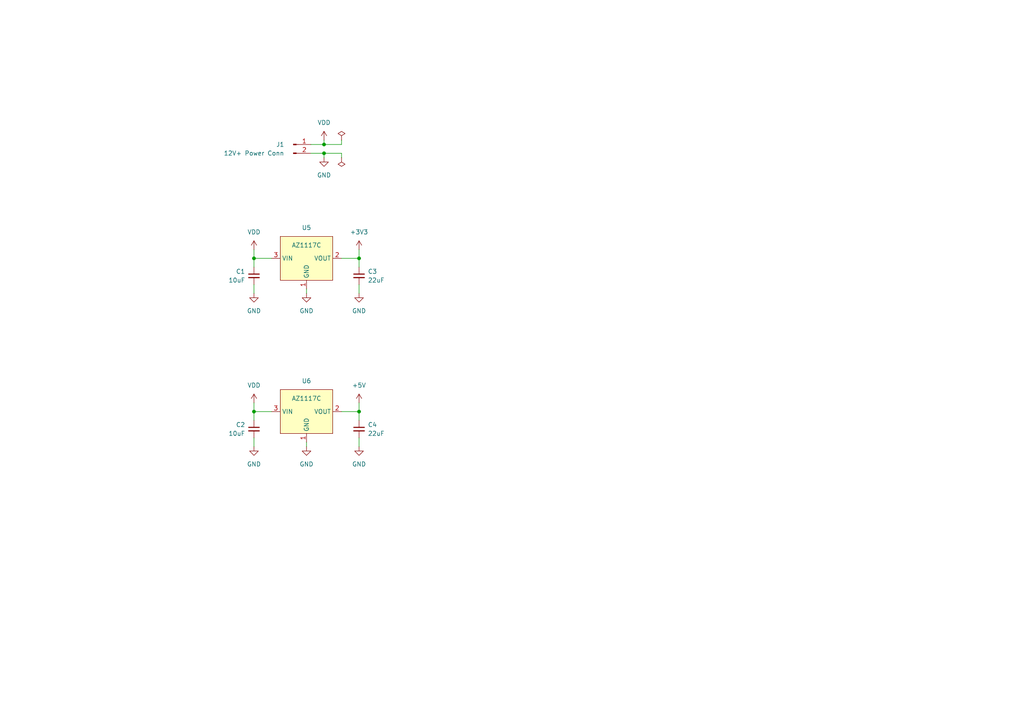
<source format=kicad_sch>
(kicad_sch (version 20230121) (generator eeschema)
  (paper "A4")
  (title_block (title "Coilwinder") (rev "1.0") (company "SK Electronics Consulting"))
  (lib_symbols
    (symbol "CoilWinderLib:AZ1117C"
      (property "Reference" "U" (at 0 10.16 0))
      (property "Value" "AZ1117C" (at 0 3.81 0))
      (symbol "AZ1117C_0_1"
        (rectangle (start -7.62 6.35) (end 7.62 -6.35) (fill (type background)))
      )
      (symbol "AZ1117C_1_1"
        (pin power_in line (at 0 -8.89 90) (length 2.54) (name "GND") (number "1"))
        (pin power_out line (at 10.16 0 180) (length 2.54) (name "VOUT") (number "2"))
        (pin passive line (at 10.16 0 180) (length 2.54) hide (name "VOUT2") (number "2"))
        (pin power_in line (at -10.16 0 0) (length 2.54) (name "VIN") (number "3"))
      )
    )
    (symbol "Connector:Conn_01x02_Pin" (pin_names (offset 1.016) hide)
      (property "Reference" "J" (at 0 2.54 0))
      (property "Value" "Conn_01x02_Pin" (at 0 -5.08 0))
      (symbol "Conn_01x02_Pin_1_1"
        (polyline (pts (xy 1.27 -2.54) (xy 0.8636 -2.54)) (stroke (width 0.1524)))
        (polyline (pts (xy 1.27 0) (xy 0.8636 0)) (stroke (width 0.1524)))
        (rectangle (start 0.8636 -2.413) (end 0 -2.667) (stroke (width 0.1524)) (fill (type outline)))
        (rectangle (start 0.8636 0.127) (end 0 -0.127) (stroke (width 0.1524)) (fill (type outline)))
        (pin passive line (at 5.08 0 180) (length 3.81) (name "Pin_1") (number "1"))
        (pin passive line (at 5.08 -2.54 180) (length 3.81) (name "Pin_2") (number "2"))
      )
    )
    (symbol "Device:C_Small" (pin_numbers hide) (pin_names (offset 0.254) hide)
      (property "Reference" "C" (at 0.254 1.778 0))
      (property "Value" "C_Small" (at 0.254 -2.032 0))
      (symbol "C_Small_0_1"
        (polyline (pts (xy -1.524 -0.508) (xy 1.524 -0.508)) (stroke (width 0.3302)))
        (polyline (pts (xy -1.524 0.508) (xy 1.524 0.508)) (stroke (width 0.3048)))
      )
      (symbol "C_Small_1_1"
        (pin passive line (at 0 2.54 270) (length 2.032) (name "~") (number "1"))
        (pin passive line (at 0 -2.54 90) (length 2.032) (name "~") (number "2"))
      )
    )
    (symbol "power:+3V3" (power) (pin_names (offset 0))
      (property "Value" "+3V3" (at 0 3.556 0))
      (symbol "+3V3_0_1"
        (polyline (pts (xy -0.762 1.27) (xy 0 2.54)))
        (polyline (pts (xy 0 0) (xy 0 2.54)))
        (polyline (pts (xy 0 2.54) (xy 0.762 1.27)))
      )
      (symbol "+3V3_1_1"
        (pin power_in line (at 0 0 90) (length 0) hide (name "+3V3") (number "1"))
      )
    )
    (symbol "power:+5V" (power) (pin_names (offset 0))
      (property "Value" "+5V" (at 0 3.556 0))
      (symbol "+5V_0_1"
        (polyline (pts (xy -0.762 1.27) (xy 0 2.54)))
        (polyline (pts (xy 0 0) (xy 0 2.54)))
        (polyline (pts (xy 0 2.54) (xy 0.762 1.27)))
      )
      (symbol "+5V_1_1"
        (pin power_in line (at 0 0 90) (length 0) hide (name "+5V") (number "1"))
      )
    )
    (symbol "power:GND" (power) (pin_names (offset 0))
      (property "Value" "GND" (at 0 -3.81 0))
      (symbol "GND_0_1"
        (polyline (pts (xy 0 0) (xy 0 -1.27) (xy 1.27 -1.27) (xy 0 -2.54) (xy -1.27 -1.27) (xy 0 -1.27)))
      )
      (symbol "GND_1_1"
        (pin power_in line (at 0 0 270) (length 0) hide (name "GND") (number "1"))
      )
    )
    (symbol "power:PWR_FLAG" (power) (pin_numbers hide) (pin_names (offset 0) hide)
      (property "Value" "PWR_FLAG" (at 0 3.81 0))
      (symbol "PWR_FLAG_0_0"
        (pin power_out line (at 0 0 90) (length 0) (name "pwr") (number "1"))
      )
      (symbol "PWR_FLAG_0_1"
        (polyline (pts (xy 0 0) (xy 0 1.27) (xy -1.016 1.905) (xy 0 2.54) (xy 1.016 1.905) (xy 0 1.27)))
      )
    )
    (symbol "power:VDD" (power) (pin_names (offset 0))
      (property "Value" "VDD" (at 0 3.81 0))
      (symbol "VDD_0_1"
        (polyline (pts (xy -0.762 1.27) (xy 0 2.54)))
        (polyline (pts (xy 0 0) (xy 0 2.54)))
        (polyline (pts (xy 0 2.54) (xy 0.762 1.27)))
      )
      (symbol "VDD_1_1"
        (pin power_in line (at 0 0 90) (length 0) hide (name "VDD") (number "1"))
      )
    )
  )
  (junction (at 73.66 119.38))
  (junction (at 93.98 41.91))
  (junction (at 93.98 44.45))
  (junction (at 104.14 74.93))
  (junction (at 73.66 74.93))
  (junction (at 104.14 119.38))
  (wire (pts (xy 99.06 40.64) (xy 99.06 41.91)))
  (wire (pts (xy 73.66 74.93) (xy 78.74 74.93)))
  (wire (pts (xy 73.66 129.54) (xy 73.66 127)))
  (wire (pts (xy 73.66 72.39) (xy 73.66 74.93)))
  (wire (pts (xy 93.98 44.45) (xy 93.98 45.72)))
  (wire (pts (xy 104.14 74.93) (xy 104.14 77.47)))
  (wire (pts (xy 73.66 119.38) (xy 78.74 119.38)))
  (wire (pts (xy 73.66 85.09) (xy 73.66 82.55)))
  (wire (pts (xy 93.98 41.91) (xy 90.17 41.91)))
  (wire (pts (xy 90.17 44.45) (xy 93.98 44.45)))
  (wire (pts (xy 93.98 41.91) (xy 99.06 41.91)))
  (wire (pts (xy 99.06 74.93) (xy 104.14 74.93)))
  (wire (pts (xy 88.9 85.09) (xy 88.9 83.82)))
  (wire (pts (xy 99.06 119.38) (xy 104.14 119.38)))
  (wire (pts (xy 104.14 85.09) (xy 104.14 82.55)))
  (wire (pts (xy 73.66 119.38) (xy 73.66 116.84)))
  (wire (pts (xy 73.66 74.93) (xy 73.66 77.47)))
  (wire (pts (xy 99.06 45.72) (xy 99.06 44.45)))
  (wire (pts (xy 104.14 129.54) (xy 104.14 127)))
  (wire (pts (xy 73.66 119.38) (xy 73.66 121.92)))
  (wire (pts (xy 104.14 74.93) (xy 104.14 72.39)))
  (wire (pts (xy 88.9 129.54) (xy 88.9 128.27)))
  (wire (pts (xy 99.06 44.45) (xy 93.98 44.45)))
  (wire (pts (xy 93.98 40.64) (xy 93.98 41.91)))
  (wire (pts (xy 104.14 119.38) (xy 104.14 116.84)))
  (wire (pts (xy 104.14 119.38) (xy 104.14 121.92)))
  (symbol (lib_id "power:VDD") (at 73.66 72.39 0) (unit 1)
    (property "Reference" "#PWR03" (effects hide))
    (property "Value" "VDD" (at 73.66 67.31 0))
  )
  (symbol (lib_id "power:GND") (at 88.9 129.54 0) (unit 1)
    (property "Reference" "#PWR08" (effects hide))
    (property "Value" "GND" (at 88.9 134.62 0))
  )
  (symbol (lib_id "Device:C_Small") (at 104.14 124.46 0) (unit 1)
    (property "Reference" "C4" (at 106.68 123.1962 0) (effects (justify left)))
    (property "Value" "22uF" (at 106.68 125.7362 0) (effects (justify left)))
    (property "Footprint" "Capacitor_SMD:C_0603_1608Metric_Pad1.08x0.95mm_HandSolder" (effects hide))
  )
  (symbol (lib_id "Device:C_Small") (at 104.14 80.01 0) (unit 1)
    (property "Reference" "C3" (at 106.68 78.7462 0) (effects (justify left)))
    (property "Value" "22uF" (at 106.68 81.2862 0) (effects (justify left)))
    (property "Footprint" "Capacitor_SMD:C_0603_1608Metric_Pad1.08x0.95mm_HandSolder" (effects hide))
  )
  (symbol (lib_id "power:GND") (at 73.66 85.09 0) (unit 1)
    (property "Reference" "#PWR04" (effects hide))
    (property "Value" "GND" (at 73.66 90.17 0))
  )
  (symbol (lib_id "CoilWinderLib:AZ1117C") (at 88.9 119.38 0) (unit 1)
    (property "Reference" "U6" (at 88.9 110.49 0))
    (property "Value" "AZ1117C" (at 88.9 115.57 0))
    (property "Footprint" "Package_TO_SOT_SMD:SOT-223-3_TabPin2" (effects hide))
  )
  (symbol (lib_id "power:GND") (at 93.98 45.72 0) (unit 1)
    (property "Reference" "#PWR010" (effects hide))
    (property "Value" "GND" (at 93.98 50.8 0))
  )
  (symbol (lib_id "power:GND") (at 104.14 85.09 0) (unit 1)
    (property "Reference" "#PWR012" (effects hide))
    (property "Value" "GND" (at 104.14 90.17 0))
  )
  (symbol (lib_id "Device:C_Small") (at 73.66 124.46 0) (mirror y) (unit 1)
    (property "Reference" "C2" (at 71.12 123.1962 0) (effects (justify left)))
    (property "Value" "10uF" (at 71.12 125.7362 0) (effects (justify left)))
    (property "Footprint" "Capacitor_SMD:C_0603_1608Metric_Pad1.08x0.95mm_HandSolder" (effects hide))
  )
  (symbol (lib_id "power:GND") (at 104.14 129.54 0) (unit 1)
    (property "Reference" "#PWR014" (effects hide))
    (property "Value" "GND" (at 104.14 134.62 0))
  )
  (symbol (lib_id "Device:C_Small") (at 73.66 80.01 0) (mirror y) (unit 1)
    (property "Reference" "C1" (at 71.12 78.7462 0) (effects (justify left)))
    (property "Value" "10uF" (at 71.12 81.2862 0) (effects (justify left)))
    (property "Footprint" "Capacitor_SMD:C_0603_1608Metric_Pad1.08x0.95mm_HandSolder" (effects hide))
  )
  (symbol (lib_id "power:PWR_FLAG") (at 99.06 45.72 180) (unit 1)
    (property "Reference" "#FLG02" (effects hide))
    (property "Value" "PWR_FLAG" (effects hide))
  )
  (symbol (lib_id "power:PWR_FLAG") (at 99.06 40.64 0) (unit 1)
    (property "Reference" "#FLG01" (effects hide))
    (property "Value" "PWR_FLAG" (effects hide))
  )
  (symbol (lib_id "Connector:Conn_01x02_Pin") (at 85.09 41.91 0) (unit 1)
    (property "Reference" "J1" (at 81.28 41.91 0))
    (property "Value" "12V+ Power Conn" (at 73.66 44.45 0))
    (property "Footprint" "TerminalBlock:TerminalBlock_bornier-2_P5.08mm" (effects hide))
  )
  (symbol (lib_id "power:VDD") (at 93.98 40.64 0) (unit 1)
    (property "Reference" "#PWR09" (effects hide))
    (property "Value" "VDD" (at 93.98 35.56 0))
  )
  (symbol (lib_id "power:VDD") (at 73.66 116.84 0) (unit 1)
    (property "Reference" "#PWR05" (effects hide))
    (property "Value" "VDD" (at 73.66 111.76 0))
  )
  (symbol (lib_id "power:+3V3") (at 104.14 72.39 0) (unit 1)
    (property "Reference" "#PWR011" (effects hide))
    (property "Value" "+3V3" (at 104.14 67.31 0))
  )
  (symbol (lib_id "power:GND") (at 73.66 129.54 0) (unit 1)
    (property "Reference" "#PWR06" (effects hide))
    (property "Value" "GND" (at 73.66 134.62 0))
  )
  (symbol (lib_id "power:GND") (at 88.9 85.09 0) (unit 1)
    (property "Reference" "#PWR07" (effects hide))
    (property "Value" "GND" (at 88.9 90.17 0))
  )
  (symbol (lib_id "power:+5V") (at 104.14 116.84 0) (unit 1)
    (property "Reference" "#PWR013" (effects hide))
    (property "Value" "+5V" (at 104.14 111.76 0))
  )
  (symbol (lib_id "CoilWinderLib:AZ1117C") (at 88.9 74.93 0) (unit 1)
    (property "Reference" "U5" (at 88.9 66.04 0))
    (property "Value" "AZ1117C" (at 88.9 71.12 0))
    (property "Footprint" "Package_TO_SOT_SMD:SOT-223-3_TabPin2" (effects hide))
  )
)
</source>
